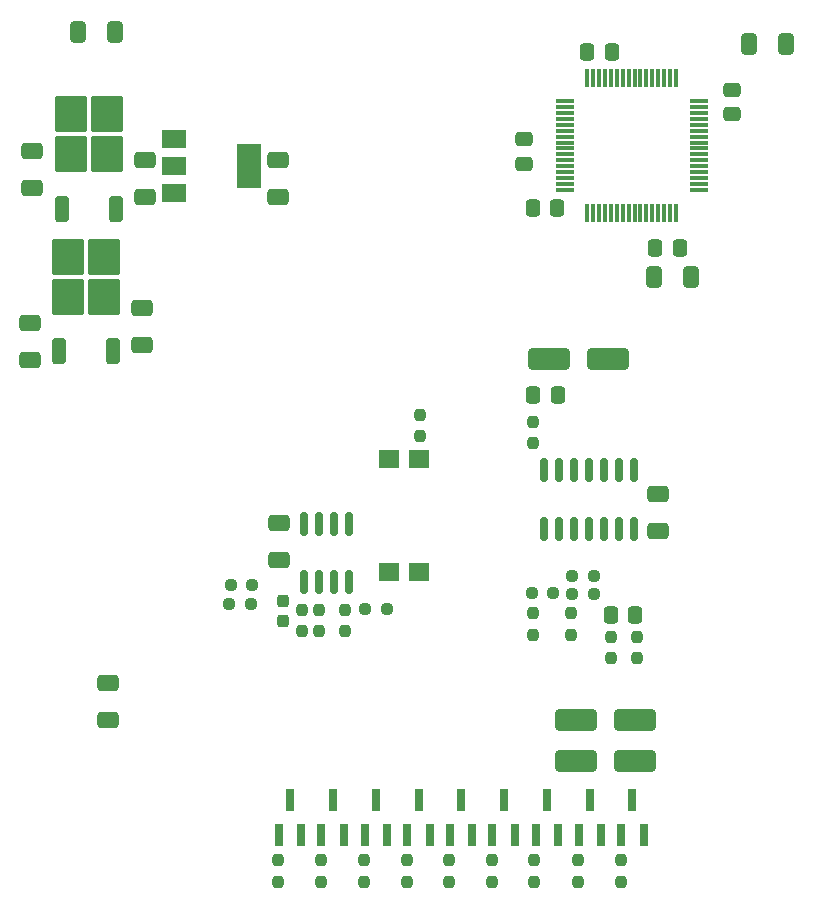
<source format=gbr>
%TF.GenerationSoftware,KiCad,Pcbnew,7.0.9*%
%TF.CreationDate,2024-06-22T09:01:39+05:30*%
%TF.ProjectId,BMS_LV_ADDON,424d535f-4c56-45f4-9144-444f4e2e6b69,rev?*%
%TF.SameCoordinates,Original*%
%TF.FileFunction,Paste,Top*%
%TF.FilePolarity,Positive*%
%FSLAX46Y46*%
G04 Gerber Fmt 4.6, Leading zero omitted, Abs format (unit mm)*
G04 Created by KiCad (PCBNEW 7.0.9) date 2024-06-22 09:01:39*
%MOMM*%
%LPD*%
G01*
G04 APERTURE LIST*
G04 Aperture macros list*
%AMRoundRect*
0 Rectangle with rounded corners*
0 $1 Rounding radius*
0 $2 $3 $4 $5 $6 $7 $8 $9 X,Y pos of 4 corners*
0 Add a 4 corners polygon primitive as box body*
4,1,4,$2,$3,$4,$5,$6,$7,$8,$9,$2,$3,0*
0 Add four circle primitives for the rounded corners*
1,1,$1+$1,$2,$3*
1,1,$1+$1,$4,$5*
1,1,$1+$1,$6,$7*
1,1,$1+$1,$8,$9*
0 Add four rect primitives between the rounded corners*
20,1,$1+$1,$2,$3,$4,$5,0*
20,1,$1+$1,$4,$5,$6,$7,0*
20,1,$1+$1,$6,$7,$8,$9,0*
20,1,$1+$1,$8,$9,$2,$3,0*%
G04 Aperture macros list end*
%ADD10RoundRect,0.250000X-0.412500X-0.650000X0.412500X-0.650000X0.412500X0.650000X-0.412500X0.650000X0*%
%ADD11RoundRect,0.250000X-0.337500X-0.475000X0.337500X-0.475000X0.337500X0.475000X-0.337500X0.475000X0*%
%ADD12RoundRect,0.075000X-0.700000X-0.075000X0.700000X-0.075000X0.700000X0.075000X-0.700000X0.075000X0*%
%ADD13RoundRect,0.075000X-0.075000X-0.700000X0.075000X-0.700000X0.075000X0.700000X-0.075000X0.700000X0*%
%ADD14RoundRect,0.250000X-0.475000X0.337500X-0.475000X-0.337500X0.475000X-0.337500X0.475000X0.337500X0*%
%ADD15RoundRect,0.250000X0.337500X0.475000X-0.337500X0.475000X-0.337500X-0.475000X0.337500X-0.475000X0*%
%ADD16RoundRect,0.237500X-0.237500X0.250000X-0.237500X-0.250000X0.237500X-0.250000X0.237500X0.250000X0*%
%ADD17RoundRect,0.237500X0.237500X-0.250000X0.237500X0.250000X-0.237500X0.250000X-0.237500X-0.250000X0*%
%ADD18RoundRect,0.237500X0.250000X0.237500X-0.250000X0.237500X-0.250000X-0.237500X0.250000X-0.237500X0*%
%ADD19RoundRect,0.237500X-0.250000X-0.237500X0.250000X-0.237500X0.250000X0.237500X-0.250000X0.237500X0*%
%ADD20RoundRect,0.250000X-1.500000X-0.650000X1.500000X-0.650000X1.500000X0.650000X-1.500000X0.650000X0*%
%ADD21RoundRect,0.150000X0.150000X-0.825000X0.150000X0.825000X-0.150000X0.825000X-0.150000X-0.825000X0*%
%ADD22RoundRect,0.250000X0.650000X-0.412500X0.650000X0.412500X-0.650000X0.412500X-0.650000X-0.412500X0*%
%ADD23R,2.000000X1.500000*%
%ADD24R,2.000000X3.800000*%
%ADD25RoundRect,0.250000X-0.650000X0.412500X-0.650000X-0.412500X0.650000X-0.412500X0.650000X0.412500X0*%
%ADD26RoundRect,0.250000X0.350000X-0.850000X0.350000X0.850000X-0.350000X0.850000X-0.350000X-0.850000X0*%
%ADD27RoundRect,0.250000X1.125000X-1.275000X1.125000X1.275000X-1.125000X1.275000X-1.125000X-1.275000X0*%
%ADD28RoundRect,0.237500X-0.237500X0.300000X-0.237500X-0.300000X0.237500X-0.300000X0.237500X0.300000X0*%
%ADD29R,1.780000X1.500000*%
%ADD30R,0.800000X1.900000*%
G04 APERTURE END LIST*
D10*
%TO.C,C19*%
X62875000Y-12900000D03*
X66000000Y-12900000D03*
%TD*%
D11*
%TO.C,C18*%
X54925000Y-30200000D03*
X57000000Y-30200000D03*
%TD*%
D12*
%TO.C,U7*%
X47257500Y-17740000D03*
X47257500Y-18240000D03*
X47257500Y-18740000D03*
X47257500Y-19240000D03*
X47257500Y-19740000D03*
X47257500Y-20240000D03*
X47257500Y-20740000D03*
X47257500Y-21240000D03*
X47257500Y-21740000D03*
X47257500Y-22240000D03*
X47257500Y-22740000D03*
X47257500Y-23240000D03*
X47257500Y-23740000D03*
X47257500Y-24240000D03*
X47257500Y-24740000D03*
X47257500Y-25240000D03*
D13*
X49182500Y-27165000D03*
X49682500Y-27165000D03*
X50182500Y-27165000D03*
X50682500Y-27165000D03*
X51182500Y-27165000D03*
X51682500Y-27165000D03*
X52182500Y-27165000D03*
X52682500Y-27165000D03*
X53182500Y-27165000D03*
X53682500Y-27165000D03*
X54182500Y-27165000D03*
X54682500Y-27165000D03*
X55182500Y-27165000D03*
X55682500Y-27165000D03*
X56182500Y-27165000D03*
X56682500Y-27165000D03*
D12*
X58607500Y-25240000D03*
X58607500Y-24740000D03*
X58607500Y-24240000D03*
X58607500Y-23740000D03*
X58607500Y-23240000D03*
X58607500Y-22740000D03*
X58607500Y-22240000D03*
X58607500Y-21740000D03*
X58607500Y-21240000D03*
X58607500Y-20740000D03*
X58607500Y-20240000D03*
X58607500Y-19740000D03*
X58607500Y-19240000D03*
X58607500Y-18740000D03*
X58607500Y-18240000D03*
X58607500Y-17740000D03*
D13*
X56682500Y-15815000D03*
X56182500Y-15815000D03*
X55682500Y-15815000D03*
X55182500Y-15815000D03*
X54682500Y-15815000D03*
X54182500Y-15815000D03*
X53682500Y-15815000D03*
X53182500Y-15815000D03*
X52682500Y-15815000D03*
X52182500Y-15815000D03*
X51682500Y-15815000D03*
X51182500Y-15815000D03*
X50682500Y-15815000D03*
X50182500Y-15815000D03*
X49682500Y-15815000D03*
X49182500Y-15815000D03*
%TD*%
D14*
%TO.C,C17*%
X43800000Y-20962500D03*
X43800000Y-23037500D03*
%TD*%
D15*
%TO.C,C16*%
X46637500Y-26800000D03*
X44562500Y-26800000D03*
%TD*%
D14*
%TO.C,C15*%
X61400000Y-16762500D03*
X61400000Y-18837500D03*
%TD*%
D11*
%TO.C,C14*%
X49162500Y-13600000D03*
X51237500Y-13600000D03*
%TD*%
D10*
%TO.C,C13*%
X54837500Y-32600000D03*
X57962500Y-32600000D03*
%TD*%
D16*
%TO.C,R30*%
X44600000Y-44887500D03*
X44600000Y-46712500D03*
%TD*%
D17*
%TO.C,R29*%
X44600000Y-62912500D03*
X44600000Y-61087500D03*
%TD*%
D18*
%TO.C,R28*%
X46312500Y-59400000D03*
X44487500Y-59400000D03*
%TD*%
D17*
%TO.C,R27*%
X47800000Y-62912500D03*
X47800000Y-61087500D03*
%TD*%
D19*
%TO.C,R26*%
X47887500Y-57950000D03*
X49712500Y-57950000D03*
%TD*%
%TO.C,R25*%
X47887500Y-59460000D03*
X49712500Y-59460000D03*
%TD*%
D16*
%TO.C,R23*%
X53400000Y-63087500D03*
X53400000Y-64912500D03*
%TD*%
%TO.C,R22*%
X51200000Y-63087500D03*
X51200000Y-64912500D03*
%TD*%
D20*
%TO.C,D3*%
X45900000Y-39600000D03*
X50900000Y-39600000D03*
%TD*%
D11*
%TO.C,C12*%
X44617500Y-42600000D03*
X46692500Y-42600000D03*
%TD*%
%TO.C,C11*%
X51162500Y-61200000D03*
X53237500Y-61200000D03*
%TD*%
D21*
%TO.C,U6*%
X45510000Y-53950000D03*
X46780000Y-53950000D03*
X48050000Y-53950000D03*
X49320000Y-53950000D03*
X50590000Y-53950000D03*
X51860000Y-53950000D03*
X53130000Y-53950000D03*
X53130000Y-49000000D03*
X51860000Y-49000000D03*
X50590000Y-49000000D03*
X49320000Y-49000000D03*
X48050000Y-49000000D03*
X46780000Y-49000000D03*
X45510000Y-49000000D03*
%TD*%
D22*
%TO.C,C10*%
X55200000Y-54095000D03*
X55200000Y-50970000D03*
%TD*%
D23*
%TO.C,U5*%
X14207500Y-20900000D03*
D24*
X20507500Y-23200000D03*
D23*
X14207500Y-23200000D03*
X14207500Y-25500000D03*
%TD*%
D25*
%TO.C,C9*%
X23000000Y-22737500D03*
X23000000Y-25862500D03*
%TD*%
D26*
%TO.C,U4*%
X4695000Y-26825000D03*
X9255000Y-26825000D03*
D27*
X8500000Y-18850000D03*
X5450000Y-22200000D03*
X5450000Y-18850000D03*
X8500000Y-22200000D03*
%TD*%
D22*
%TO.C,C8*%
X11700000Y-25862500D03*
X11700000Y-22737500D03*
%TD*%
%TO.C,C7*%
X2200000Y-25062500D03*
X2200000Y-21937500D03*
%TD*%
D20*
%TO.C,D2*%
X48200000Y-73600000D03*
X53200000Y-73600000D03*
%TD*%
%TO.C,D1*%
X48200000Y-70100000D03*
X53200000Y-70100000D03*
%TD*%
D10*
%TO.C,C6*%
X6037500Y-11900000D03*
X9162500Y-11900000D03*
%TD*%
D25*
%TO.C,C5*%
X8600000Y-67037500D03*
X8600000Y-70162500D03*
%TD*%
D22*
%TO.C,C4*%
X11500000Y-38362500D03*
X11500000Y-35237500D03*
%TD*%
D25*
%TO.C,C3*%
X23117500Y-53437500D03*
X23117500Y-56562500D03*
%TD*%
D22*
%TO.C,C2*%
X2000000Y-39662500D03*
X2000000Y-36537500D03*
%TD*%
D28*
%TO.C,C1*%
X23400000Y-60037500D03*
X23400000Y-61762500D03*
%TD*%
D29*
%TO.C,U3*%
X34970000Y-48035000D03*
X32430000Y-48035000D03*
X32430000Y-57565000D03*
X34970000Y-57565000D03*
%TD*%
D17*
%TO.C,R24*%
X25000000Y-62612500D03*
X25000000Y-60787500D03*
%TD*%
D16*
%TO.C,R21*%
X35000000Y-44287500D03*
X35000000Y-46112500D03*
%TD*%
D17*
%TO.C,R20*%
X26500000Y-62612500D03*
X26500000Y-60787500D03*
%TD*%
D16*
%TO.C,R19*%
X33900000Y-81987500D03*
X33900000Y-83812500D03*
%TD*%
%TO.C,R18*%
X30300000Y-81987500D03*
X30300000Y-83812500D03*
%TD*%
%TO.C,R17*%
X26600000Y-81987500D03*
X26600000Y-83812500D03*
%TD*%
%TO.C,R16*%
X23000000Y-81987500D03*
X23000000Y-83812500D03*
%TD*%
D30*
%TO.C,Q9*%
X33950000Y-79900000D03*
X35850000Y-79900000D03*
X34900000Y-76900000D03*
%TD*%
%TO.C,Q8*%
X30340000Y-79900000D03*
X32240000Y-79900000D03*
X31290000Y-76900000D03*
%TD*%
%TO.C,Q7*%
X26680000Y-79900000D03*
X28580000Y-79900000D03*
X27630000Y-76900000D03*
%TD*%
%TO.C,Q6*%
X24020000Y-76900000D03*
X24970000Y-79900000D03*
X23070000Y-79900000D03*
%TD*%
D16*
%TO.C,R13*%
X44700000Y-81987500D03*
X44700000Y-83812500D03*
%TD*%
D18*
%TO.C,R1*%
X32225000Y-60700000D03*
X30400000Y-60700000D03*
%TD*%
D30*
%TO.C,Q3*%
X44800000Y-79900000D03*
X46700000Y-79900000D03*
X45750000Y-76900000D03*
%TD*%
D16*
%TO.C,R15*%
X52000000Y-81987500D03*
X52000000Y-83812500D03*
%TD*%
D17*
%TO.C,R2*%
X28700000Y-62612500D03*
X28700000Y-60787500D03*
%TD*%
D30*
%TO.C,Q2*%
X41150000Y-79900000D03*
X43050000Y-79900000D03*
X42100000Y-76900000D03*
%TD*%
D16*
%TO.C,R11*%
X37500000Y-81987500D03*
X37500000Y-83812500D03*
%TD*%
%TO.C,R12*%
X41100000Y-81987500D03*
X41100000Y-83812500D03*
%TD*%
%TO.C,R14*%
X48400000Y-81987500D03*
X48400000Y-83812500D03*
%TD*%
D18*
%TO.C,R4*%
X20712500Y-60300000D03*
X18887500Y-60300000D03*
%TD*%
D30*
%TO.C,Q5*%
X53000000Y-76900000D03*
X53950000Y-79900000D03*
X52050000Y-79900000D03*
%TD*%
D26*
%TO.C,U2*%
X4495000Y-38925000D03*
D27*
X5250000Y-34300000D03*
X8300000Y-34300000D03*
X5250000Y-30950000D03*
X8300000Y-30950000D03*
D26*
X9055000Y-38925000D03*
%TD*%
D21*
%TO.C,U1*%
X25212500Y-53525000D03*
X26482500Y-53525000D03*
X27752500Y-53525000D03*
X29022500Y-53525000D03*
X29022500Y-58475000D03*
X27752500Y-58475000D03*
X26482500Y-58475000D03*
X25212500Y-58475000D03*
%TD*%
D30*
%TO.C,Q4*%
X48450000Y-79900000D03*
X50350000Y-79900000D03*
X49400000Y-76900000D03*
%TD*%
%TO.C,Q1*%
X37550000Y-79900000D03*
X39450000Y-79900000D03*
X38500000Y-76900000D03*
%TD*%
D19*
%TO.C,R3*%
X18987500Y-58700000D03*
X20812500Y-58700000D03*
%TD*%
M02*

</source>
